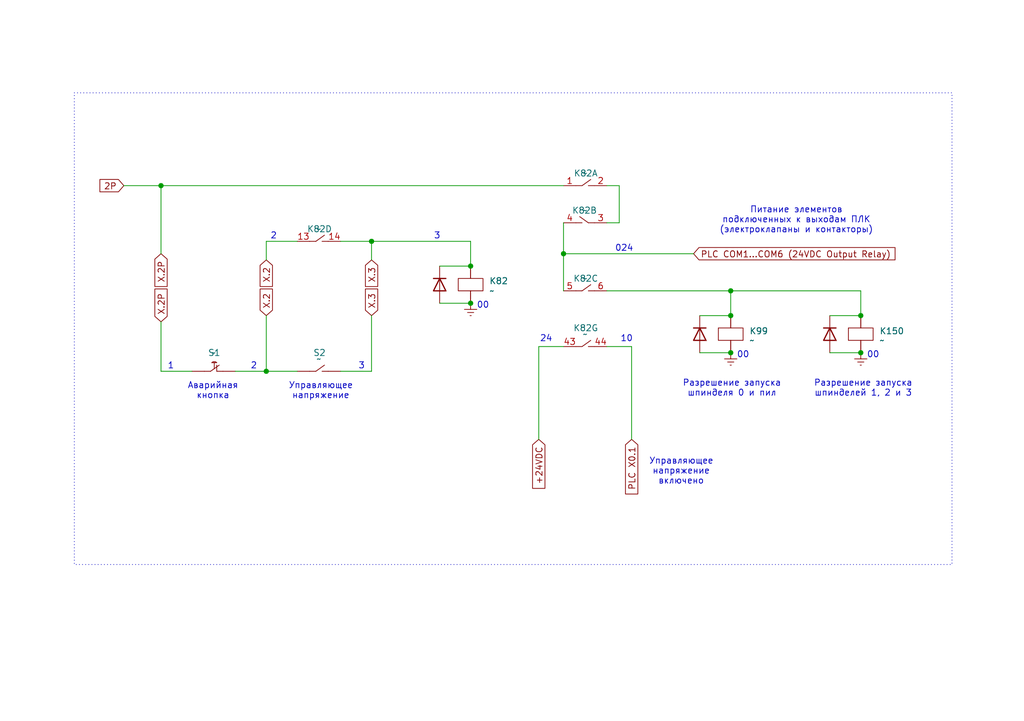
<source format=kicad_sch>
(kicad_sch (version 20231120) (generator "eeschema") (generator_version "8.0")
  (paper "A5")
  (title_block (title "Okoma") (date "08/2024") (rev "1.0"))
  (lib_symbols
    (symbol "001:Button Emergency" (pin_numbers hide) (pin_names (offset 0) hide)
      (property "Reference" "S" (at -0.508 0.762 0))
      (symbol "Button Emergency_0_1"
        (arc (start 0 -0.762) (mid -0.508 -0.5516) (end -1.016 -0.762))
        (polyline (pts (xy -2.54 -2.54) (xy -1.27 -2.54)))
        (polyline (pts (xy -1.27 -2.54) (xy 0.508 -1.27)))
        (polyline (pts (xy -1.016 -0.762) (xy 0 -0.762)))
        (polyline (pts (xy -0.508 -2.032) (xy -0.508 -0.762)))
        (polyline (pts (xy 0 -2.54) (xy 0 -1.27)))
        (polyline (pts (xy 1.27 -2.54) (xy 0 -2.54)))
      )
      (symbol "Button Emergency_1_1"
        (pin bidirectional line (at -5.08 -2.54 0) (length 2.54) (name "") (number "1"))
        (pin bidirectional line (at 3.81 -2.54 180) (length 2.54) (name "") (number "2"))
      )
    )
    (symbol "001:Button NO" (pin_numbers hide) (pin_names (offset 0) hide)
      (property "Reference" "S" (at -0.508 0.762 0))
      (symbol "Button NO_0_1"
        (polyline (pts (xy -2.54 -2.54) (xy -1.27 -2.54)))
        (polyline (pts (xy -1.27 -2.54) (xy 0.508 -1.27)))
        (polyline (pts (xy 1.27 -2.54) (xy 0 -2.54)))
      )
      (symbol "Button NO_1_1"
        (pin bidirectional line (at -5.08 -2.54 0) (length 2.54) (name "") (number "1"))
        (pin bidirectional line (at 3.81 -2.54 180) (length 2.54) (name "") (number "2"))
      )
    )
    (symbol "001:K_Contact" (pin_names (offset 0))
      (property "Reference" "K" (at 0 0 0))
      (symbol "K_Contact_0_1"
        (polyline (pts (xy -2.54 -2.54) (xy -1.27 -2.54)))
        (polyline (pts (xy -1.27 -2.54) (xy 0.508 -1.27)))
        (polyline (pts (xy 1.27 -2.54) (xy 0 -2.54)))
      )
      (symbol "K_Contact_1_1"
        (pin bidirectional line (at -5.08 -2.54 0) (length 2.54) (name "") (number "1"))
        (pin bidirectional line (at 3.81 -2.54 180) (length 2.54) (name "") (number "2"))
      )
      (symbol "K_Contact_2_1"
        (pin bidirectional line (at -5.08 -2.54 0) (length 2.54) (name "") (number "3"))
        (pin bidirectional line (at 3.81 -2.54 180) (length 2.54) (name "") (number "4"))
      )
      (symbol "K_Contact_3_1"
        (pin bidirectional line (at -5.08 -2.54 0) (length 2.54) (name "") (number "5"))
        (pin bidirectional line (at 3.81 -2.54 180) (length 2.54) (name "") (number "6"))
      )
      (symbol "K_Contact_4_1"
        (pin bidirectional line (at -5.08 -2.54 0) (length 2.54) (name "") (number "11"))
        (pin bidirectional line (at 3.81 -2.54 180) (length 2.54) (name "") (number "12"))
      )
      (symbol "K_Contact_5_1"
        (polyline (pts (xy 0 -2.54) (xy 0 -1.27)))
        (pin bidirectional line (at -5.08 -2.54 0) (length 2.54) (name "") (number "21"))
        (pin bidirectional line (at 3.81 -2.54 180) (length 2.54) (name "") (number "22"))
      )
      (symbol "K_Contact_6_1"
        (polyline (pts (xy 0 -2.54) (xy 0 -1.27)))
        (pin bidirectional line (at -5.08 -2.54 0) (length 2.54) (name "") (number "33"))
        (pin bidirectional line (at 3.81 -2.54 180) (length 2.54) (name "") (number "34"))
      )
      (symbol "K_Contact_7_1"
        (pin bidirectional line (at -5.08 -2.54 0) (length 2.54) (name "") (number "41"))
        (pin bidirectional line (at 3.81 -2.54 180) (length 2.54) (name "") (number "42"))
      )
    )
    (symbol "001:K_Relay"
      (property "Reference" "K" (at 0 0 0))
      (symbol "K_Relay_0_1"
        (rectangle (start -2.54 1.27) (end 2.54 -1.27))
      )
      (symbol "K_Relay_1_1"
        (pin bidirectional line (at 0 -3.81 90) (length 2.54) (name "") (number ""))
        (pin bidirectional line (at 0 3.81 270) (length 2.54) (name "") (number ""))
      )
    )
    (symbol "Device:D" (pin_numbers hide) (pin_names (offset 1.016) hide)
      (property "Reference" "D" (at 0 2.54 0))
      (property "Value" "D" (at 0 -2.54 0))
      (symbol "D_0_1"
        (polyline (pts (xy -1.27 1.27) (xy -1.27 -1.27)) (stroke (width 0.254)))
        (polyline (pts (xy 1.27 0) (xy -1.27 0)))
        (polyline (pts (xy 1.27 1.27) (xy 1.27 -1.27) (xy -1.27 0) (xy 1.27 1.27)) (stroke (width 0.254)))
      )
      (symbol "D_1_1"
        (pin passive line (at -3.81 0 0) (length 2.54) (name "K") (number "1"))
        (pin passive line (at 3.81 0 180) (length 2.54) (name "A") (number "2"))
      )
    )
    (symbol "K_Contact_1" (pin_names (offset 0))
      (property "Reference" "K" (at 0 0 0))
      (symbol "K_Contact_1_0_1"
        (polyline (pts (xy -2.54 -2.54) (xy -1.27 -2.54)))
        (polyline (pts (xy -1.27 -2.54) (xy 0.508 -1.27)))
        (polyline (pts (xy 1.27 -2.54) (xy 0 -2.54)))
      )
      (symbol "K_Contact_1_1_1"
        (pin bidirectional line (at -5.08 -2.54 0) (length 2.54) (name "") (number "1"))
        (pin bidirectional line (at 3.81 -2.54 180) (length 2.54) (name "") (number "2"))
      )
      (symbol "K_Contact_1_2_1"
        (pin bidirectional line (at -5.08 -2.54 0) (length 2.54) (name "") (number "3"))
        (pin bidirectional line (at 3.81 -2.54 180) (length 2.54) (name "") (number "4"))
      )
      (symbol "K_Contact_1_3_1"
        (pin bidirectional line (at -5.08 -2.54 0) (length 2.54) (name "") (number "5"))
        (pin bidirectional line (at 3.81 -2.54 180) (length 2.54) (name "") (number "6"))
      )
      (symbol "K_Contact_1_4_1"
        (pin bidirectional line (at -5.08 -2.54 0) (length 2.54) (name "") (number "11"))
        (pin bidirectional line (at 3.81 -2.54 180) (length 2.54) (name "") (number "12"))
      )
      (symbol "K_Contact_1_5_1"
        (polyline (pts (xy 0 -2.54) (xy 0 -1.27)))
        (pin bidirectional line (at -5.08 -2.54 0) (length 2.54) (name "") (number "21"))
        (pin bidirectional line (at 3.81 -2.54 180) (length 2.54) (name "") (number "22"))
      )
      (symbol "K_Contact_1_6_1"
        (polyline (pts (xy 0 -2.54) (xy 0 -1.27)))
        (pin bidirectional line (at -5.08 -2.54 0) (length 2.54) (name "") (number "33"))
        (pin bidirectional line (at 3.81 -2.54 180) (length 2.54) (name "") (number "34"))
      )
      (symbol "K_Contact_1_7_1"
        (pin bidirectional line (at -5.08 -2.54 0) (length 2.54) (name "") (number "41"))
        (pin bidirectional line (at 3.81 -2.54 180) (length 2.54) (name "") (number "42"))
      )
    )
    (symbol "K_Contact_2" (pin_names (offset 0))
      (property "Reference" "K" (at 0 0 0))
      (symbol "K_Contact_2_0_1"
        (polyline (pts (xy -2.54 -2.54) (xy -1.27 -2.54)))
        (polyline (pts (xy -1.27 -2.54) (xy 0.508 -1.27)))
        (polyline (pts (xy 1.27 -2.54) (xy 0 -2.54)))
      )
      (symbol "K_Contact_2_1_1"
        (pin bidirectional line (at -5.08 -2.54 0) (length 2.54) (name "") (number "1"))
        (pin bidirectional line (at 3.81 -2.54 180) (length 2.54) (name "") (number "2"))
      )
      (symbol "K_Contact_2_2_1"
        (pin bidirectional line (at -5.08 -2.54 0) (length 2.54) (name "") (number "3"))
        (pin bidirectional line (at 3.81 -2.54 180) (length 2.54) (name "") (number "4"))
      )
      (symbol "K_Contact_2_3_1"
        (pin bidirectional line (at -5.08 -2.54 0) (length 2.54) (name "") (number "5"))
        (pin bidirectional line (at 3.81 -2.54 180) (length 2.54) (name "") (number "6"))
      )
      (symbol "K_Contact_2_4_1"
        (pin bidirectional line (at -5.08 -2.54 0) (length 2.54) (name "") (number "13"))
        (pin bidirectional line (at 3.81 -2.54 180) (length 2.54) (name "") (number "14"))
      )
      (symbol "K_Contact_2_5_1"
        (polyline (pts (xy 0 -2.54) (xy 0 -1.27)))
        (pin bidirectional line (at -5.08 -2.54 0) (length 2.54) (name "") (number "21"))
        (pin bidirectional line (at 3.81 -2.54 180) (length 2.54) (name "") (number "22"))
      )
      (symbol "K_Contact_2_6_1"
        (polyline (pts (xy 0 -2.54) (xy 0 -1.27)))
        (pin bidirectional line (at -5.08 -2.54 0) (length 2.54) (name "") (number "31"))
        (pin bidirectional line (at 3.81 -2.54 180) (length 2.54) (name "") (number "32"))
      )
      (symbol "K_Contact_2_7_1"
        (pin bidirectional line (at -5.08 -2.54 0) (length 2.54) (name "") (number "43"))
        (pin bidirectional line (at 3.81 -2.54 180) (length 2.54) (name "") (number "44"))
      )
    )
    (symbol "K_Contact_3" (pin_names (offset 0))
      (property "Reference" "K" (at 0 0 0))
      (symbol "K_Contact_3_0_1"
        (polyline (pts (xy -2.54 -2.54) (xy -1.27 -2.54)))
        (polyline (pts (xy -1.27 -2.54) (xy 0.508 -1.27)))
        (polyline (pts (xy 1.27 -2.54) (xy 0 -2.54)))
      )
      (symbol "K_Contact_3_1_1"
        (pin bidirectional line (at -5.08 -2.54 0) (length 2.54) (name "") (number "1"))
        (pin bidirectional line (at 3.81 -2.54 180) (length 2.54) (name "") (number "2"))
      )
      (symbol "K_Contact_3_2_1"
        (pin bidirectional line (at -5.08 -2.54 0) (length 2.54) (name "") (number "3"))
        (pin bidirectional line (at 3.81 -2.54 180) (length 2.54) (name "") (number "4"))
      )
      (symbol "K_Contact_3_3_1"
        (pin bidirectional line (at -5.08 -2.54 0) (length 2.54) (name "") (number "5"))
        (pin bidirectional line (at 3.81 -2.54 180) (length 2.54) (name "") (number "6"))
      )
      (symbol "K_Contact_3_4_1"
        (pin bidirectional line (at -5.08 -2.54 0) (length 2.54) (name "") (number "13"))
        (pin bidirectional line (at 3.81 -2.54 180) (length 2.54) (name "") (number "14"))
      )
      (symbol "K_Contact_3_5_1"
        (polyline (pts (xy 0 -2.54) (xy 0 -1.27)))
        (pin bidirectional line (at -5.08 -2.54 0) (length 2.54) (name "") (number "21"))
        (pin bidirectional line (at 3.81 -2.54 180) (length 2.54) (name "") (number "22"))
      )
      (symbol "K_Contact_3_6_1"
        (polyline (pts (xy 0 -2.54) (xy 0 -1.27)))
        (pin bidirectional line (at -5.08 -2.54 0) (length 2.54) (name "") (number "31"))
        (pin bidirectional line (at 3.81 -2.54 180) (length 2.54) (name "") (number "32"))
      )
      (symbol "K_Contact_3_7_1"
        (pin bidirectional line (at -5.08 -2.54 0) (length 2.54) (name "") (number "43"))
        (pin bidirectional line (at 3.81 -2.54 180) (length 2.54) (name "") (number "44"))
      )
      (symbol "K_Contact_3_8_1"
        (pin bidirectional line (at -5.08 -2.54 0) (length 2.54) (name "") (number "23"))
        (pin bidirectional line (at 3.81 -2.54 180) (length 2.54) (name "") (number "24"))
      )
      (symbol "K_Contact_3_9_1"
        (pin bidirectional line (at -5.08 -2.54 0) (length 2.54) (name "") (number "33"))
        (pin bidirectional line (at 3.81 -2.54 180) (length 2.54) (name "") (number "34"))
      )
    )
    (symbol "K_Contact_4" (pin_names (offset 0))
      (property "Reference" "K" (at 0 0 0))
      (symbol "K_Contact_4_0_1"
        (polyline (pts (xy -2.54 -2.54) (xy -1.27 -2.54)))
        (polyline (pts (xy -1.27 -2.54) (xy 0.508 -1.27)))
        (polyline (pts (xy 1.27 -2.54) (xy 0 -2.54)))
      )
      (symbol "K_Contact_4_1_1"
        (pin bidirectional line (at -5.08 -2.54 0) (length 2.54) (name "") (number "1"))
        (pin bidirectional line (at 3.81 -2.54 180) (length 2.54) (name "") (number "2"))
      )
      (symbol "K_Contact_4_2_1"
        (pin bidirectional line (at -5.08 -2.54 0) (length 2.54) (name "") (number "3"))
        (pin bidirectional line (at 3.81 -2.54 180) (length 2.54) (name "") (number "4"))
      )
      (symbol "K_Contact_4_3_1"
        (pin bidirectional line (at -5.08 -2.54 0) (length 2.54) (name "") (number "5"))
        (pin bidirectional line (at 3.81 -2.54 180) (length 2.54) (name "") (number "6"))
      )
      (symbol "K_Contact_4_4_1"
        (pin bidirectional line (at -5.08 -2.54 0) (length 2.54) (name "") (number "13"))
        (pin bidirectional line (at 3.81 -2.54 180) (length 2.54) (name "") (number "14"))
      )
      (symbol "K_Contact_4_5_1"
        (polyline (pts (xy 0 -2.54) (xy 0 -1.27)))
        (pin bidirectional line (at -5.08 -2.54 0) (length 2.54) (name "") (number "21"))
        (pin bidirectional line (at 3.81 -2.54 180) (length 2.54) (name "") (number "22"))
      )
      (symbol "K_Contact_4_6_1"
        (polyline (pts (xy 0 -2.54) (xy 0 -1.27)))
        (pin bidirectional line (at -5.08 -2.54 0) (length 2.54) (name "") (number "31"))
        (pin bidirectional line (at 3.81 -2.54 180) (length 2.54) (name "") (number "32"))
      )
      (symbol "K_Contact_4_7_1"
        (pin bidirectional line (at -5.08 -2.54 0) (length 2.54) (name "") (number "43"))
        (pin bidirectional line (at 3.81 -2.54 180) (length 2.54) (name "") (number "44"))
      )
      (symbol "K_Contact_4_8_1"
        (pin bidirectional line (at -5.08 -2.54 0) (length 2.54) (name "") (number "23"))
        (pin bidirectional line (at 3.81 -2.54 180) (length 2.54) (name "") (number "24"))
      )
      (symbol "K_Contact_4_9_1"
        (pin bidirectional line (at -5.08 -2.54 0) (length 2.54) (name "") (number "33"))
        (pin bidirectional line (at 3.81 -2.54 180) (length 2.54) (name "") (number "34"))
      )
    )
    (symbol "K_Relay_1"
      (property "Reference" "K" (at 0 0 0))
      (symbol "K_Relay_1_0_1"
        (rectangle (start -2.54 1.27) (end 2.54 -1.27))
      )
      (symbol "K_Relay_1_1_1"
        (pin bidirectional line (at 0 -3.81 90) (length 2.54) (name "") (number ""))
        (pin bidirectional line (at 0 3.81 270) (length 2.54) (name "") (number ""))
      )
    )
    (symbol "power:Earth" (power) (pin_numbers hide) (pin_names (offset 0) hide)
      (property "Value" "Earth" (at 0 -3.81 0))
      (symbol "Earth_0_1"
        (polyline (pts (xy -0.635 -1.905) (xy 0.635 -1.905)))
        (polyline (pts (xy -0.127 -2.54) (xy 0.127 -2.54)))
        (polyline (pts (xy 0 -1.27) (xy 0 0)))
        (polyline (pts (xy 1.27 -1.27) (xy -1.27 -1.27)))
      )
      (symbol "Earth_1_1"
        (pin power_in line (at 0 0 270) (length 0) (name "~") (number "1"))
      )
    )
  )
  (junction (at 176.53 72.39))
  (junction (at 33.02 38.1))
  (junction (at 76.2 49.53))
  (junction (at 149.86 64.77))
  (junction (at 96.52 62.23))
  (junction (at 96.52 54.61))
  (junction (at 149.86 59.69))
  (junction (at 115.57 52.07))
  (junction (at 54.61 76.2))
  (junction (at 176.53 64.77))
  (junction (at 149.86 72.39))
  (wire (pts (xy 129.54 90.17) (xy 129.54 71.12)))
  (wire (pts (xy 170.18 72.39) (xy 176.53 72.39)))
  (wire (pts (xy 96.52 49.53) (xy 96.52 54.61)))
  (wire (pts (xy 115.57 59.69) (xy 115.57 52.07)))
  (wire (pts (xy 33.02 38.1) (xy 115.57 38.1)))
  (wire (pts (xy 127 45.72) (xy 124.46 45.72)))
  (wire (pts (xy 33.02 66.04) (xy 33.02 76.2)))
  (wire (pts (xy 115.57 45.72) (xy 115.57 52.07)))
  (wire (pts (xy 176.53 64.77) (xy 176.53 59.69)))
  (wire (pts (xy 69.85 49.53) (xy 76.2 49.53)))
  (wire (pts (xy 33.02 38.1) (xy 33.02 52.07)))
  (wire (pts (xy 76.2 64.77) (xy 76.2 76.2)))
  (wire (pts (xy 110.49 90.17) (xy 110.49 71.12)))
  (wire (pts (xy 69.85 76.2) (xy 76.2 76.2)))
  (wire (pts (xy 170.18 64.77) (xy 176.53 64.77)))
  (wire (pts (xy 129.54 71.12) (xy 124.46 71.12)))
  (wire (pts (xy 54.61 53.34) (xy 54.61 49.53)))
  (wire (pts (xy 143.51 72.39) (xy 149.86 72.39)))
  (wire (pts (xy 48.26 76.2) (xy 54.61 76.2)))
  (wire (pts (xy 76.2 49.53) (xy 96.52 49.53)))
  (wire (pts (xy 143.51 64.77) (xy 149.86 64.77)))
  (wire (pts (xy 54.61 76.2) (xy 60.96 76.2)))
  (wire (pts (xy 54.61 49.53) (xy 60.96 49.53)))
  (wire (pts (xy 76.2 49.53) (xy 76.2 53.34)))
  (wire (pts (xy 124.46 59.69) (xy 149.86 59.69)))
  (wire (pts (xy 124.46 38.1) (xy 127 38.1)))
  (wire (pts (xy 149.86 59.69) (xy 149.86 64.77)))
  (wire (pts (xy 127 38.1) (xy 127 45.72)))
  (wire (pts (xy 54.61 64.77) (xy 54.61 76.2)))
  (wire (pts (xy 25.4 38.1) (xy 33.02 38.1)))
  (wire (pts (xy 90.17 54.61) (xy 96.52 54.61)))
  (wire (pts (xy 90.17 62.23) (xy 96.52 62.23)))
  (wire (pts (xy 110.49 71.12) (xy 115.57 71.12)))
  (wire (pts (xy 115.57 52.07) (xy 142.24 52.07)))
  (wire (pts (xy 33.02 76.2) (xy 39.37 76.2)))
  (wire (pts (xy 176.53 59.69) (xy 149.86 59.69)))
  (rectangle (start 15.24 19.05) (end 195.24 115.85) (stroke (width 0) (type dot)))
  (text "Аварийная\nкнопка" (at 43.688 80.264 0) (effects (font (size 1.27 1.27))))
  (text "Управляющее\nнапряжение\nвключено" (at 139.7 96.774 0) (effects (font (size 1.27 1.27))))
  (text "Разрешение запуска\nшпинделя 0 и пил" (at 150.114 79.756 0) (effects (font (size 1.27 1.27))))
  (text "10" (at 128.524 69.596 0) (effects (font (size 1.27 1.27))))
  (text "Разрешение запуска\nшпинделей 1, 2 и 3" (at 177.038 79.756 0) (effects (font (size 1.27 1.27))))
  (text "00" (at 152.4 72.898 0) (effects (font (size 1.27 1.27))))
  (text "00" (at 99.06 62.738 0) (effects (font (size 1.27 1.27))))
  (text "3" (at 74.168 75.184 0) (effects (font (size 1.27 1.27))))
  (text "24" (at 112.014 69.596 0) (effects (font (size 1.27 1.27))))
  (text "3" (at 89.662 48.514 0) (effects (font (size 1.27 1.27))))
  (text "1" (at 35.052 75.184 0) (effects (font (size 1.27 1.27))))
  (text "2" (at 52.07 75.184 0) (effects (font (size 1.27 1.27))))
  (text "Управляющее\nнапряжение" (at 65.786 80.264 0) (effects (font (size 1.27 1.27))))
  (text "2" (at 56.134 48.514 0) (effects (font (size 1.27 1.27))))
  (text "024" (at 128.016 51.054 0) (effects (font (size 1.27 1.27))))
  (text "00" (at 179.07 72.898 0) (effects (font (size 1.27 1.27))))
  (text "Питание элементов\nподключенных к выходам ПЛК\n(электроклапаны и контакторы)" (at 163.322 45.212 0) (effects (font (size 1.27 1.27))))
  (global_label "2P" (shape input) (at 25.4 38.1 180) (property "Intersheetrefs" "${INTERSHEET_REFS}" (effects (hide yes))))
  (global_label "X.2P" (shape input) (at 33.02 52.07 270) (property "Intersheetrefs" "${INTERSHEET_REFS}" (effects (hide yes))))
  (global_label "PLC X0.1" (shape input) (at 129.54 90.17 270) (property "Intersheetrefs" "${INTERSHEET_REFS}" (effects (hide yes))))
  (global_label "X.2P" (shape input) (at 33.02 66.04 90) (property "Intersheetrefs" "${INTERSHEET_REFS}" (effects (hide yes))))
  (global_label "X.2" (shape input) (at 54.61 64.77 90) (property "Intersheetrefs" "${INTERSHEET_REFS}" (effects (hide yes))))
  (global_label "PLC COM1...COM6 (24VDC Output Relay)" (shape input) (at 142.24 52.07 0) (property "Intersheetrefs" "${INTERSHEET_REFS}" (effects (hide yes))))
  (global_label "X.2" (shape input) (at 54.61 53.34 270) (property "Intersheetrefs" "${INTERSHEET_REFS}" (effects (hide yes))))
  (global_label "X.3" (shape input) (at 76.2 64.77 90) (property "Intersheetrefs" "${INTERSHEET_REFS}" (effects (hide yes))))
  (global_label "X.3" (shape input) (at 76.2 53.34 270) (property "Intersheetrefs" "${INTERSHEET_REFS}" (effects (hide yes))))
  (global_label "+24VDC" (shape input) (at 110.49 90.17 270) (property "Intersheetrefs" "${INTERSHEET_REFS}" (effects (hide yes))))
  (symbol (lib_name "K_Relay_1") (lib_id "001:K_Relay") (at 176.53 68.58 0) (unit 1)
    (property "Reference" "K150" (at 180.34 67.9449 0) (effects (justify left)))
    (property "Value" "~" (at 180.34 69.85 0) (effects (justify left)))
  )
  (symbol (lib_id "Device:D") (at 143.51 68.58 270) (unit 1)
    (property "Reference" "D?" (effects (hide yes)))
    (property "Value" "D" (effects (hide yes)))
    (property "Description" "Diode" (effects (hide yes)))
    (property "Sim.Device" "D" (effects (hide yes)))
    (property "Sim.Pins" "1=K 2=A" (effects (hide yes)))
  )
  (symbol (lib_name "K_Contact_2") (lib_id "001:K_Contact") (at 66.04 46.99 0) (unit 4)
    (property "Reference" "K82" (at 65.532 46.99 0))
    (property "Value" "~" (at 65.405 46.99 0))
  )
  (symbol (lib_id "001:K_Contact") (at 119.38 43.18 0) (mirror y) (unit 2)
    (property "Reference" "K82" (at 119.888 43.18 0))
    (property "Value" "~" (at 120.015 43.18 0))
  )
  (symbol (lib_name "K_Relay_1") (lib_id "001:K_Relay") (at 149.86 68.58 0) (unit 1)
    (property "Reference" "K99" (at 153.67 67.9449 0) (effects (justify left)))
    (property "Value" "~" (at 153.67 69.85 0) (effects (justify left)))
  )
  (symbol (lib_id "power:Earth") (at 176.53 72.39 0) (unit 1)
    (property "Reference" "#PWR028" (effects (hide yes)))
    (property "Value" "Earth" (effects (hide yes)))
    (property "Description" "Power symbol creates a global label with name \"Earth\"" (effects (hide yes)))
  )
  (symbol (lib_id "power:Earth") (at 96.52 62.23 0) (unit 1)
    (property "Reference" "#PWR026" (effects (hide yes)))
    (property "Value" "Earth" (effects (hide yes)))
    (property "Description" "Power symbol creates a global label with name \"Earth\"" (effects (hide yes)))
  )
  (symbol (lib_id "Device:D") (at 170.18 68.58 270) (unit 1)
    (property "Reference" "D?" (effects (hide yes)))
    (property "Value" "D" (effects (hide yes)))
    (property "Description" "Diode" (effects (hide yes)))
    (property "Sim.Device" "D" (effects (hide yes)))
    (property "Sim.Pins" "1=K 2=A" (effects (hide yes)))
  )
  (symbol (lib_name "K_Contact_3") (lib_id "001:K_Contact") (at 120.65 57.15 0) (unit 3)
    (property "Reference" "K82" (at 120.142 57.15 0))
    (property "Value" "~" (at 120.015 57.15 0))
  )
  (symbol (lib_id "Device:D") (at 90.17 58.42 270) (unit 1)
    (property "Reference" "D?" (effects (hide yes)))
    (property "Value" "D" (effects (hide yes)))
    (property "Description" "Diode" (effects (hide yes)))
    (property "Sim.Device" "D" (effects (hide yes)))
    (property "Sim.Pins" "1=K 2=A" (effects (hide yes)))
  )
  (symbol (lib_name "K_Contact_4") (lib_id "001:K_Contact") (at 120.65 68.58 0) (unit 7)
    (property "Reference" "K82" (at 120.142 67.31 0))
    (property "Value" "~" (at 120.015 68.58 0))
  )
  (symbol (lib_id "001:Button Emergency") (at 44.45 73.66 0) (unit 1)
    (property "Reference" "S1" (at 43.942 72.39 0))
    (property "Value" "~" (at 43.815 72.39 0))
    (property "Description" "Аварийная кнопка" (effects (hide yes)))
  )
  (symbol (lib_name "K_Contact_1") (lib_id "001:K_Contact") (at 120.65 35.56 0) (unit 1)
    (property "Reference" "K82" (at 120.142 35.56 0))
    (property "Value" "~" (at 120.015 35.56 0))
  )
  (symbol (lib_id "001:Button NO") (at 66.04 73.66 0) (unit 1)
    (property "Reference" "S2" (at 65.532 72.39 0))
    (property "Value" "~" (at 65.405 73.66 0))
  )
  (symbol (lib_id "001:K_Relay") (at 96.52 58.42 0) (unit 1)
    (property "Reference" "K82" (at 100.33 57.658 0) (effects (justify left)))
    (property "Value" "~" (at 100.33 59.69 0) (effects (justify left)))
  )
  (symbol (lib_id "power:Earth") (at 149.86 72.39 0) (unit 1)
    (property "Reference" "#PWR027" (effects (hide yes)))
    (property "Value" "Earth" (effects (hide yes)))
    (property "Description" "Power symbol creates a global label with name \"Earth\"" (effects (hide yes)))
  )
)
</source>
